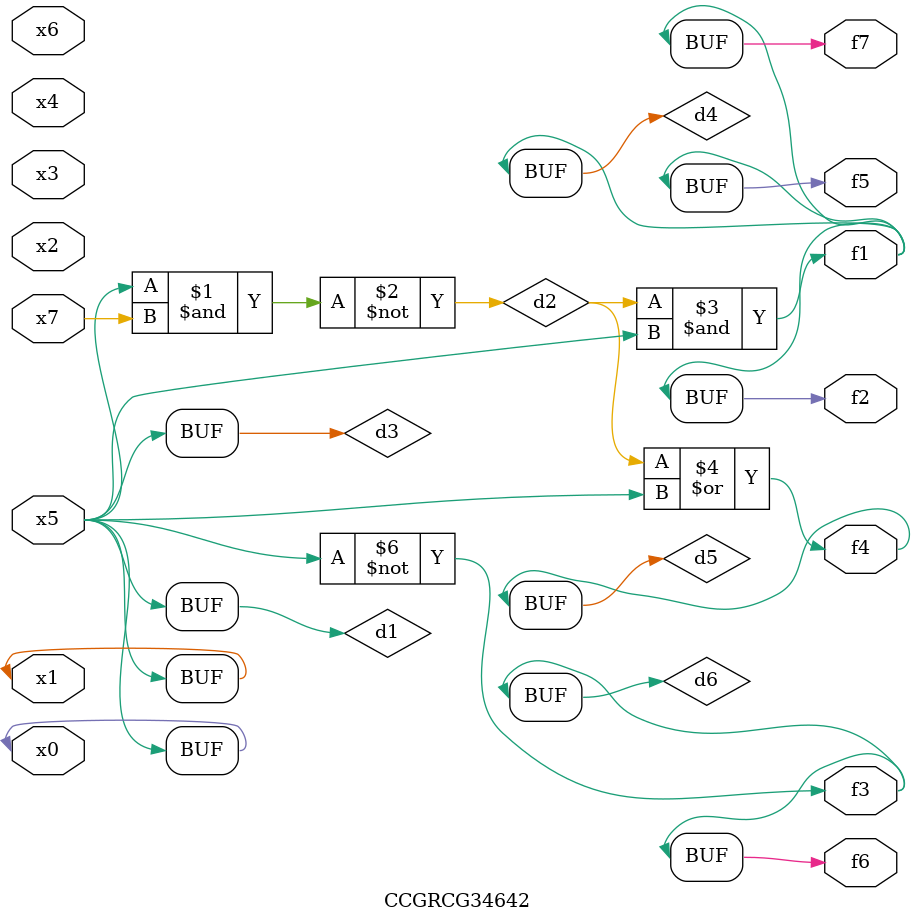
<source format=v>
module CCGRCG34642(
	input x0, x1, x2, x3, x4, x5, x6, x7,
	output f1, f2, f3, f4, f5, f6, f7
);

	wire d1, d2, d3, d4, d5, d6;

	buf (d1, x0, x5);
	nand (d2, x5, x7);
	buf (d3, x0, x1);
	and (d4, d2, d3);
	or (d5, d2, d3);
	nor (d6, d1, d3);
	assign f1 = d4;
	assign f2 = d4;
	assign f3 = d6;
	assign f4 = d5;
	assign f5 = d4;
	assign f6 = d6;
	assign f7 = d4;
endmodule

</source>
